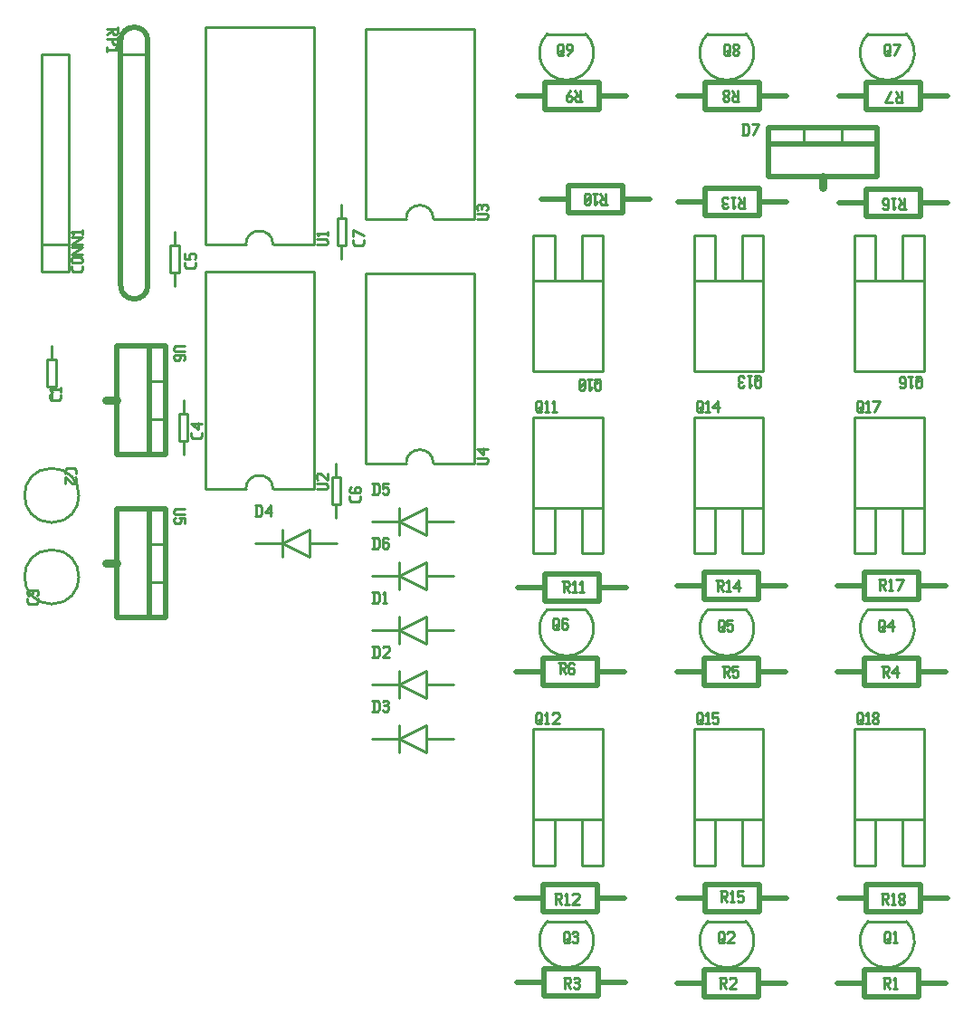
<source format=gto>
G04 start of page 7 for group -4079 idx -4079 *
G04 Title: (unknown), topsilk *
G04 Creator: pcb 20110918 *
G04 CreationDate: Sat 30 Nov 2013 01:26:29 GMT UTC *
G04 For: ksarkies *
G04 Format: Gerber/RS-274X *
G04 PCB-Dimensions: 393701 393701 *
G04 PCB-Coordinate-Origin: lower left *
%MOIN*%
%FSLAX25Y25*%
%LNTOPSILK*%
%ADD103C,0.0300*%
%ADD102C,0.0100*%
%ADD101C,0.0200*%
G54D101*X55648Y374963D02*Y284963D01*
X65648Y374963D02*Y284963D01*
G54D102*X55648Y369963D02*X65648D01*
G54D101*Y374963D02*G75*G03X55648Y374963I-5000J0D01*G01*
Y284963D02*G75*G03X65648Y284963I5000J0D01*G01*
G54D102*X126751Y379967D02*Y299967D01*
X86751Y379967D02*X126751D01*
X86751D02*Y299967D01*
X111751D02*X126751D01*
X86751D02*X101751D01*
X111751D02*G75*G03X101751Y299967I-5000J0D01*G01*
X36434Y369963D02*Y289963D01*
X26434Y369963D02*X36434D01*
X26434D02*Y289963D01*
X36434D01*
X26434Y299963D02*X36434D01*
X26434D02*Y289963D01*
X75591Y289725D02*Y284725D01*
Y304725D02*Y299725D01*
X73991D02*Y289725D01*
Y299725D02*X77191D01*
Y289725D01*
X73991D02*X77191D01*
X30255Y217605D02*G75*G03X30255Y217605I0J-10000D01*G01*
Y167605D02*G75*G03X30255Y167605I0J10000D01*G01*
G54D101*X72255Y202605D02*Y162605D01*
X54255D02*X72255D01*
X54255Y202605D02*Y162605D01*
Y202605D02*X72255D01*
Y162605D01*
X66255D02*X72255D01*
X66255Y202605D02*Y162605D01*
Y202605D02*X72255D01*
G54D102*X66255Y189605D02*X72255D01*
X66255Y175605D02*X72255D01*
G54D103*X50255Y182605D02*X54255D01*
G54D102*X30255Y247605D02*Y242605D01*
Y262605D02*Y257605D01*
X28655D02*Y247605D01*
Y257605D02*X31855D01*
Y247605D01*
X28655D02*X31855D01*
G54D101*X72255Y262605D02*Y222605D01*
X54255D02*X72255D01*
X54255Y262605D02*Y222605D01*
Y262605D02*X72255D01*
Y222605D01*
X66255D02*X72255D01*
X66255Y262605D02*Y222605D01*
Y262605D02*X72255D01*
G54D102*X66255Y249605D02*X72255D01*
X66255Y235605D02*X72255D01*
G54D103*X50255Y242605D02*X54255D01*
G54D102*X126751Y289967D02*Y209967D01*
X86751Y289967D02*X126751D01*
X86751D02*Y209967D01*
X111751D02*X126751D01*
X86751D02*X101751D01*
X111751D02*G75*G03X101751Y209967I-5000J0D01*G01*
X78740Y227520D02*Y222520D01*
Y242520D02*Y237520D01*
X77140D02*Y227520D01*
Y237520D02*X80340D01*
Y227520D01*
X77140D02*X80340D01*
X212861Y50707D02*X226861D01*
X212790Y50778D02*G75*G03X226932Y50778I7071J-7071D01*G01*
G54D101*X211593Y33353D02*X231593D01*
Y23353D01*
X211593D02*X231593D01*
X211593Y33353D02*Y23353D01*
X201593Y28353D02*X211593D01*
X231593D02*X241593D01*
X211358Y64455D02*X231358D01*
Y54455D01*
X211358D02*X231358D01*
X211358Y64455D02*Y54455D01*
X201358Y59455D02*X211358D01*
X231358D02*X241358D01*
G54D102*X207696Y88196D02*X233286D01*
X225413D02*Y71464D01*
X233287D01*
Y88195D02*X233286Y88196D01*
X207696Y71464D02*X215570D01*
Y88196D02*Y71464D01*
X207696Y121661D02*Y71464D01*
X233287Y121660D02*Y71464D01*
Y121660D02*X233286Y121661D01*
X207696D02*X233286D01*
X148365Y178117D02*X158365D01*
X168365D02*X178365D01*
X158365D02*X168365Y183117D01*
Y173117D01*
X158365Y178117D01*
Y183117D02*Y173117D01*
X148365Y118117D02*X158365D01*
X168365D02*X178365D01*
X158365D02*X168365Y123117D01*
Y113117D01*
X158365Y118117D01*
Y123117D02*Y113117D01*
X148365Y138117D02*X158365D01*
X168365D02*X178365D01*
X158365D02*X168365Y143117D01*
Y133117D01*
X158365Y138117D01*
Y143117D02*Y133117D01*
X148365Y158117D02*X158365D01*
X168365D02*X178365D01*
X158365D02*X168365Y163117D01*
Y153117D01*
X158365Y158117D01*
Y163117D02*Y153117D01*
X185806Y289416D02*Y219416D01*
X145806Y289416D02*X185806D01*
X145806D02*Y219416D01*
X170806D02*X185806D01*
X145806D02*X160806D01*
X170806D02*G75*G03X160806Y219416I-5000J0D01*G01*
X148365Y198117D02*X158365D01*
X168365D02*X178365D01*
X158365D02*X168365Y203117D01*
Y193117D01*
X158365Y198117D01*
Y203117D02*Y193117D01*
X105058Y189928D02*X115058D01*
X125058D02*X135058D01*
X115058D02*X125058Y194928D01*
Y184928D01*
X115058Y189928D01*
Y194928D02*Y184928D01*
G54D101*X211752Y178787D02*X231752D01*
Y168787D01*
X211752D02*X231752D01*
X211752Y178787D02*Y168787D01*
X201752Y173787D02*X211752D01*
X231752D02*X241752D01*
X211160Y147622D02*X231160D01*
Y137622D01*
X211160D02*X231160D01*
X211160Y147622D02*Y137622D01*
X201160Y142622D02*X211160D01*
X231160D02*X241160D01*
G54D102*X212861Y165510D02*X226861D01*
X212790Y165581D02*G75*G03X226932Y165581I7071J-7071D01*G01*
X135039Y204213D02*Y199213D01*
Y219213D02*Y214213D01*
X133439D02*Y204213D01*
Y214213D02*X136639D01*
Y204213D01*
X133439D02*X136639D01*
G54D101*X270413Y32959D02*X290413D01*
Y22959D01*
X270413D02*X290413D01*
X270413Y32959D02*Y22959D01*
X260413Y27959D02*X270413D01*
X290413D02*X300413D01*
G54D102*X271917Y50707D02*X285917D01*
X271846Y50778D02*G75*G03X285988Y50778I7071J-7071D01*G01*
X266752Y88196D02*X292342D01*
X284469D02*Y71464D01*
X292343D01*
Y88195D02*X292342Y88196D01*
X266752Y71464D02*X274626D01*
Y88196D01*
X266752Y71464D02*Y121661D01*
X292343Y71464D02*Y121660D01*
X292342Y121661D01*
X266752D02*X292342D01*
G54D101*X329468Y32959D02*X349468D01*
Y22959D01*
X329468D02*X349468D01*
X329468Y32959D02*Y22959D01*
X319468Y27959D02*X329468D01*
X349468D02*X359468D01*
G54D102*X330972Y50707D02*X344972D01*
X330901Y50778D02*G75*G03X345043Y50778I7071J-7071D01*G01*
G54D101*X330098Y64455D02*X350098D01*
Y54455D01*
X330098D01*
Y64455D01*
X320098Y59455D02*X330098D01*
X350098D02*X360098D01*
X271043Y64455D02*X291043D01*
Y54455D01*
X271043D01*
Y64455D01*
X261043Y59455D02*X271043D01*
X291043D02*X301043D01*
G54D102*X325807Y88196D02*X351397D01*
X343524D02*Y71464D01*
X351398D01*
Y88195D02*X351397Y88196D01*
X325807Y71464D02*X333681D01*
Y88196D01*
X325807Y71464D02*Y121661D01*
X351398Y71464D02*Y121660D01*
X351397Y121661D01*
X325807D02*X351397D01*
X325807Y202999D02*X351397D01*
X343524D02*Y186267D01*
X351398D01*
Y202998D02*X351397Y202999D01*
X325807Y186267D02*X333681D01*
Y202999D01*
X325807Y186267D02*Y236464D01*
X351398Y186267D02*Y236463D01*
X351397Y236464D01*
X325807D02*X351397D01*
G54D101*X329468Y179258D02*X349468D01*
Y169258D01*
X329468D01*
Y179258D01*
X319468Y174258D02*X329468D01*
X349468D02*X359468D01*
G54D102*X330972Y165510D02*X344972D01*
X330901Y165581D02*G75*G03X345043Y165581I7071J-7071D01*G01*
G54D101*X329468Y147762D02*X349468D01*
Y137762D01*
X329468D02*X349468D01*
X329468Y147762D02*Y137762D01*
X319468Y142762D02*X329468D01*
X349468D02*X359468D01*
G54D102*X271917Y165510D02*X285917D01*
X271846Y165581D02*G75*G03X285988Y165581I7071J-7071D01*G01*
G54D101*X270413Y147762D02*X290413D01*
Y137762D01*
X270413D02*X290413D01*
X270413Y147762D02*Y137762D01*
X260413Y142762D02*X270413D01*
X290413D02*X300413D01*
X294350Y343109D02*X334350D01*
Y325109D01*
X294350D01*
Y343109D01*
X334350D01*
Y337109D01*
X294350D01*
Y343109D01*
G54D102*X307350D02*Y337109D01*
X321350Y343109D02*Y337109D01*
G54D103*X314350Y321109D02*Y325109D01*
G54D101*X330098Y349731D02*X350098D01*
X330098Y359731D02*Y349731D01*
Y359731D02*X350098D01*
Y349731D01*
Y354731D02*X360098D01*
X320098D02*X330098D01*
G54D102*X330972Y377479D02*X344972D01*
X330901Y377550D02*G75*G03X345043Y377550I7071J-7071D01*G01*
G54D101*X330098Y310361D02*X350098D01*
X330098Y320361D02*Y310361D01*
Y320361D02*X350098D01*
Y310361D01*
Y315361D02*X360098D01*
X320098D02*X330098D01*
X271043Y310754D02*X291043D01*
X271043Y320754D02*Y310754D01*
Y320754D02*X291043D01*
Y310754D01*
Y315754D02*X301043D01*
X261043D02*X271043D01*
Y349731D02*X291043D01*
X271043Y359731D02*Y349731D01*
Y359731D02*X291043D01*
Y349731D01*
Y354731D02*X301043D01*
X261043D02*X271043D01*
G54D102*X271917Y377479D02*X285917D01*
X271846Y377550D02*G75*G03X285988Y377550I7071J-7071D01*G01*
X207696Y202999D02*X233286D01*
X225413D02*Y186267D01*
X233287D01*
Y202998D02*X233286Y202999D01*
X207696Y186267D02*X215570D01*
Y202999D02*Y186267D01*
X207696Y236464D02*Y186267D01*
X233287Y236463D02*Y186267D01*
Y236463D02*X233286Y236464D01*
X207696D02*X233286D01*
X207696Y286620D02*X233286D01*
X215569Y303352D02*Y286620D01*
X207695Y303352D02*X215569D01*
X207695Y286621D02*X207696Y286620D01*
X225412Y303352D02*X233286D01*
X225412D02*Y286620D01*
X233286Y303352D02*Y253155D01*
X207695Y303352D02*Y253156D01*
X207696Y253155D01*
X233286D01*
X266752Y202999D02*X292342D01*
X284469D02*Y186267D01*
X292343D01*
Y202998D02*X292342Y202999D01*
X266752Y186267D02*X274626D01*
Y202999D01*
X266752Y186267D02*Y236464D01*
X292343Y186267D02*Y236463D01*
X292342Y236464D01*
X266752D02*X292342D01*
G54D101*X270413Y179258D02*X290413D01*
Y169258D01*
X270413D01*
Y179258D01*
X260413Y174258D02*X270413D01*
X290413D02*X300413D01*
X220589Y311772D02*X240589D01*
X220589Y321772D02*Y311772D01*
Y321772D02*X240589D01*
Y311772D01*
Y316772D02*X250589D01*
X210589D02*X220589D01*
X211987Y349731D02*X231987D01*
X211987Y359731D02*Y349731D01*
Y359731D02*X231987D01*
Y349731D01*
Y354731D02*X241987D01*
X201987D02*X211987D01*
G54D102*X185806Y379416D02*Y309416D01*
X145806Y379416D02*X185806D01*
X145806D02*Y309416D01*
X170806D02*X185806D01*
X145806D02*X160806D01*
X170806D02*G75*G03X160806Y309416I-5000J0D01*G01*
X212861Y377479D02*X226861D01*
X212790Y377550D02*G75*G03X226932Y377550I7071J-7071D01*G01*
X137008Y299567D02*Y294567D01*
Y314567D02*Y309567D01*
X135408D02*Y299567D01*
Y309567D02*X138608D01*
Y299567D01*
X135408D02*X138608D01*
X266752Y286620D02*X292342D01*
X274625Y303352D02*Y286620D01*
X266751Y303352D02*X274625D01*
X266751Y286621D02*X266752Y286620D01*
X284468Y303352D02*X292342D01*
X284468D02*Y286620D01*
X292342Y303352D02*Y253155D01*
X266751Y303352D02*Y253156D01*
X266752Y253155D01*
X292342D01*
X325807Y286620D02*X351397D01*
X333680Y303352D02*Y286620D01*
X325806Y303352D02*X333680D01*
X325806Y286621D02*X325807Y286620D01*
X343523Y303352D02*X351397D01*
X343523D02*Y286620D01*
X351397Y303352D02*Y253155D01*
X325806Y303352D02*Y253156D01*
X325807Y253155D01*
X351397D01*
X54648Y379963D02*Y377963D01*
X54148Y377463D01*
X53148D02*X54148D01*
X52648Y377963D02*X53148Y377463D01*
X52648Y379463D02*Y377963D01*
X50648Y379463D02*X54648D01*
X52648Y378663D02*X50648Y377463D01*
Y375763D02*X54648D01*
Y376263D02*Y374263D01*
X54148Y373763D01*
X53148D02*X54148D01*
X52648Y374263D02*X53148Y373763D01*
X52648Y375763D02*Y374263D01*
X53848Y372563D02*X54648Y371763D01*
X50648D02*X54648D01*
X50648Y372563D02*Y371063D01*
X127751Y299967D02*X131251D01*
X131751Y300467D01*
Y301467D02*Y300467D01*
Y301467D02*X131251Y301967D01*
X127751D02*X131251D01*
X128551Y303167D02*X127751Y303967D01*
X131751D01*
Y304667D02*Y303167D01*
X83322Y293418D02*Y292118D01*
X82622Y291418D02*X83322Y292118D01*
X80022Y291418D02*X82622D01*
X80022D02*X79322Y292118D01*
Y293418D02*Y292118D01*
Y296618D02*Y294618D01*
X81322D01*
X80822Y295118D01*
Y296118D02*Y295118D01*
Y296118D02*X81322Y296618D01*
X82822D01*
X83322Y296118D02*X82822Y296618D01*
X83322Y296118D02*Y295118D01*
X82822Y294618D02*X83322Y295118D01*
X145132Y301685D02*Y300385D01*
X144432Y299685D02*X145132Y300385D01*
X141832Y299685D02*X144432D01*
X141832D02*X141132Y300385D01*
Y301685D02*Y300385D01*
X145132Y303385D02*X141132Y305385D01*
Y302885D01*
X41434Y291963D02*Y290663D01*
X40734Y289963D02*X41434Y290663D01*
X38134Y289963D02*X40734D01*
X38134D02*X37434Y290663D01*
Y291963D02*Y290663D01*
X37934Y293163D02*X40934D01*
X37934D02*X37434Y293663D01*
Y294663D02*Y293663D01*
Y294663D02*X37934Y295163D01*
X40934D01*
X41434Y294663D02*X40934Y295163D01*
X41434Y294663D02*Y293663D01*
X40934Y293163D02*X41434Y293663D01*
X37434Y296363D02*X41434D01*
X37434D02*X41434Y298863D01*
X37434D02*X41434D01*
X37434Y300063D02*X41434D01*
X37434D02*X41434Y302563D01*
X37434D02*X41434D01*
X38234Y303763D02*X37434Y304563D01*
X41434D01*
Y305263D02*Y303763D01*
X218798Y46459D02*Y43459D01*
Y46459D02*X219298Y46959D01*
X220298D01*
X220798Y46459D01*
Y43959D01*
X219798Y42959D02*X220798Y43959D01*
X219298Y42959D02*X219798D01*
X218798Y43459D02*X219298Y42959D01*
X219798Y44459D02*X220798Y42959D01*
X221998Y46459D02*X222498Y46959D01*
X223498D01*
X223998Y46459D01*
X223498Y42959D02*X223998Y43459D01*
X222498Y42959D02*X223498D01*
X221998Y43459D02*X222498Y42959D01*
Y45159D02*X223498D01*
X223998Y46459D02*Y45659D01*
Y44659D02*Y43459D01*
Y44659D02*X223498Y45159D01*
X223998Y45659D02*X223498Y45159D01*
X218758Y29991D02*X220758D01*
X221258Y29491D01*
Y28491D01*
X220758Y27991D02*X221258Y28491D01*
X219258Y27991D02*X220758D01*
X219258Y29991D02*Y25991D01*
X220058Y27991D02*X221258Y25991D01*
X222458Y29491D02*X222958Y29991D01*
X223958D01*
X224458Y29491D01*
X223958Y25991D02*X224458Y26491D01*
X222958Y25991D02*X223958D01*
X222458Y26491D02*X222958Y25991D01*
Y28191D02*X223958D01*
X224458Y29491D02*Y28691D01*
Y27691D02*Y26491D01*
Y27691D02*X223958Y28191D01*
X224458Y28691D02*X223958Y28191D01*
X276397Y61880D02*X278397D01*
X278897Y61380D01*
Y60380D01*
X278397Y59880D02*X278897Y60380D01*
X276897Y59880D02*X278397D01*
X276897Y61880D02*Y57880D01*
X277697Y59880D02*X278897Y57880D01*
X280097Y61080D02*X280897Y61880D01*
Y57880D01*
X280097D02*X281597D01*
X282797Y61880D02*X284797D01*
X282797D02*Y59880D01*
X283297Y60380D01*
X284297D01*
X284797Y59880D01*
Y58380D01*
X284297Y57880D02*X284797Y58380D01*
X283297Y57880D02*X284297D01*
X282797Y58380D02*X283297Y57880D01*
X275728Y46459D02*Y43459D01*
Y46459D02*X276228Y46959D01*
X277228D01*
X277728Y46459D01*
Y43959D01*
X276728Y42959D02*X277728Y43959D01*
X276228Y42959D02*X276728D01*
X275728Y43459D02*X276228Y42959D01*
X276728Y44459D02*X277728Y42959D01*
X278928Y46459D02*X279428Y46959D01*
X280928D01*
X281428Y46459D01*
Y45459D01*
X278928Y42959D02*X281428Y45459D01*
X278928Y42959D02*X281428D01*
X215531Y61093D02*X217531D01*
X218031Y60593D01*
Y59593D01*
X217531Y59093D02*X218031Y59593D01*
X216031Y59093D02*X217531D01*
X216031Y61093D02*Y57093D01*
X216831Y59093D02*X218031Y57093D01*
X219231Y60293D02*X220031Y61093D01*
Y57093D01*
X219231D02*X220731D01*
X221931Y60593D02*X222431Y61093D01*
X223931D01*
X224431Y60593D01*
Y59593D01*
X221931Y57093D02*X224431Y59593D01*
X221931Y57093D02*X224431D01*
X276161Y29990D02*X278161D01*
X278661Y29490D01*
Y28490D01*
X278161Y27990D02*X278661Y28490D01*
X276661Y27990D02*X278161D01*
X276661Y29990D02*Y25990D01*
X277461Y27990D02*X278661Y25990D01*
X279861Y29490D02*X280361Y29990D01*
X281861D01*
X282361Y29490D01*
Y28490D01*
X279861Y25990D02*X282361Y28490D01*
X279861Y25990D02*X282361D01*
X336397Y29990D02*X338397D01*
X338897Y29490D01*
Y28490D01*
X338397Y27990D02*X338897Y28490D01*
X336897Y27990D02*X338397D01*
X336897Y29990D02*Y25990D01*
X337697Y27990D02*X338897Y25990D01*
X340097Y29190D02*X340897Y29990D01*
Y25990D01*
X340097D02*X341597D01*
X335846Y61093D02*X337846D01*
X338346Y60593D01*
Y59593D01*
X337846Y59093D02*X338346Y59593D01*
X336346Y59093D02*X337846D01*
X336346Y61093D02*Y57093D01*
X337146Y59093D02*X338346Y57093D01*
X339546Y60293D02*X340346Y61093D01*
Y57093D01*
X339546D02*X341046D01*
X342246Y57593D02*X342746Y57093D01*
X342246Y58393D02*Y57593D01*
Y58393D02*X342946Y59093D01*
X343546D01*
X344246Y58393D01*
Y57593D01*
X343746Y57093D02*X344246Y57593D01*
X342746Y57093D02*X343746D01*
X342246Y59793D02*X342946Y59093D01*
X342246Y60593D02*Y59793D01*
Y60593D02*X342746Y61093D01*
X343746D01*
X344246Y60593D01*
Y59793D01*
X343546Y59093D02*X344246Y59793D01*
X336909Y46459D02*Y43459D01*
Y46459D02*X337409Y46959D01*
X338409D01*
X338909Y46459D01*
Y43959D01*
X337909Y42959D02*X338909Y43959D01*
X337409Y42959D02*X337909D01*
X336909Y43459D02*X337409Y42959D01*
X337909Y44459D02*X338909Y42959D01*
X340109Y46159D02*X340909Y46959D01*
Y42959D01*
X340109D02*X341609D01*
X326791Y127051D02*Y124051D01*
Y127051D02*X327291Y127551D01*
X328291D01*
X328791Y127051D01*
Y124551D01*
X327791Y123551D02*X328791Y124551D01*
X327291Y123551D02*X327791D01*
X326791Y124051D02*X327291Y123551D01*
X327791Y125051D02*X328791Y123551D01*
X329991Y126751D02*X330791Y127551D01*
Y123551D01*
X329991D02*X331491D01*
X332691Y124051D02*X333191Y123551D01*
X332691Y124851D02*Y124051D01*
Y124851D02*X333391Y125551D01*
X333991D01*
X334691Y124851D01*
Y124051D01*
X334191Y123551D02*X334691Y124051D01*
X333191Y123551D02*X334191D01*
X332691Y126251D02*X333391Y125551D01*
X332691Y127051D02*Y126251D01*
Y127051D02*X333191Y127551D01*
X334191D01*
X334691Y127051D01*
Y126251D01*
X333991Y125551D02*X334691Y126251D01*
X267736Y127051D02*Y124051D01*
Y127051D02*X268236Y127551D01*
X269236D01*
X269736Y127051D01*
Y124551D01*
X268736Y123551D02*X269736Y124551D01*
X268236Y123551D02*X268736D01*
X267736Y124051D02*X268236Y123551D01*
X268736Y125051D02*X269736Y123551D01*
X270936Y126751D02*X271736Y127551D01*
Y123551D01*
X270936D02*X272436D01*
X273636Y127551D02*X275636D01*
X273636D02*Y125551D01*
X274136Y126051D01*
X275136D01*
X275636Y125551D01*
Y124051D01*
X275136Y123551D02*X275636Y124051D01*
X274136Y123551D02*X275136D01*
X273636Y124051D02*X274136Y123551D01*
X208680Y127051D02*Y124051D01*
Y127051D02*X209180Y127551D01*
X210180D01*
X210680Y127051D01*
Y124551D01*
X209680Y123551D02*X210680Y124551D01*
X209180Y123551D02*X209680D01*
X208680Y124051D02*X209180Y123551D01*
X209680Y125051D02*X210680Y123551D01*
X211880Y126751D02*X212680Y127551D01*
Y123551D01*
X211880D02*X213380D01*
X214580Y127051D02*X215080Y127551D01*
X216580D01*
X217080Y127051D01*
Y126051D01*
X214580Y123551D02*X217080Y126051D01*
X214580Y123551D02*X217080D01*
X232841Y314741D02*X234841D01*
X232841D02*X232341Y315241D01*
Y316241D02*Y315241D01*
X232841Y316741D02*X232341Y316241D01*
X232841Y316741D02*X234341D01*
Y318741D02*Y314741D01*
X233541Y316741D02*X232341Y318741D01*
X231141Y315541D02*X230341Y314741D01*
Y318741D02*Y314741D01*
X229641Y318741D02*X231141D01*
X228441Y318241D02*X227941Y318741D01*
X228441Y318241D02*Y315241D01*
X227941Y314741D01*
X226941D02*X227941D01*
X226941D02*X226441Y315241D01*
Y318241D02*Y315241D01*
X226941Y318741D02*X226441Y318241D01*
X226941Y318741D02*X227941D01*
X228441Y317741D02*X226441Y315741D01*
X232302Y249978D02*Y246978D01*
X231802Y246478D01*
X230802D02*X231802D01*
X230802D02*X230302Y246978D01*
Y249478D02*Y246978D01*
X231302Y250478D02*X230302Y249478D01*
X231302Y250478D02*X231802D01*
X232302Y249978D02*X231802Y250478D01*
X231302Y248978D02*X230302Y250478D01*
X229102Y247278D02*X228302Y246478D01*
Y250478D02*Y246478D01*
X227602Y250478D02*X229102D01*
X226402Y249978D02*X225902Y250478D01*
X226402Y249978D02*Y246978D01*
X225902Y246478D01*
X224902D02*X225902D01*
X224902D02*X224402Y246978D01*
Y249978D02*Y246978D01*
X224902Y250478D02*X224402Y249978D01*
X224902Y250478D02*X225902D01*
X226402Y249478D02*X224402Y247478D01*
X285007Y344203D02*Y340203D01*
X286307Y344203D02*X287007Y343503D01*
Y340903D01*
X286307Y340203D02*X287007Y340903D01*
X284507Y340203D02*X286307D01*
X284507Y344203D02*X286307D01*
X288707Y340203D02*X290707Y344203D01*
X288207D02*X290707D01*
X326791Y241854D02*Y238854D01*
Y241854D02*X327291Y242354D01*
X328291D01*
X328791Y241854D01*
Y239354D01*
X327791Y238354D02*X328791Y239354D01*
X327291Y238354D02*X327791D01*
X326791Y238854D02*X327291Y238354D01*
X327791Y239854D02*X328791Y238354D01*
X329991Y241554D02*X330791Y242354D01*
Y238354D01*
X329991D02*X331491D01*
X333191D02*X335191Y242354D01*
X332691D02*X335191D01*
X350413Y250765D02*Y247765D01*
X349913Y247265D01*
X348913D02*X349913D01*
X348913D02*X348413Y247765D01*
Y250265D02*Y247765D01*
X349413Y251265D02*X348413Y250265D01*
X349413Y251265D02*X349913D01*
X350413Y250765D02*X349913Y251265D01*
X349413Y249765D02*X348413Y251265D01*
X347213Y248065D02*X346413Y247265D01*
Y251265D02*Y247265D01*
X345713Y251265D02*X347213D01*
X343013Y247265D02*X342513Y247765D01*
X343013Y247265D02*X344013D01*
X344513Y247765D02*X344013Y247265D01*
X344513Y250765D02*Y247765D01*
Y250765D02*X344013Y251265D01*
X343013Y249065D02*X342513Y249565D01*
X343013Y249065D02*X344513D01*
X343013Y251265D02*X344013D01*
X343013D02*X342513Y250765D01*
Y249565D01*
X283689Y313329D02*X285689D01*
X283689D02*X283189Y313829D01*
Y314829D02*Y313829D01*
X283689Y315329D02*X283189Y314829D01*
X283689Y315329D02*X285189D01*
Y317329D02*Y313329D01*
X284389Y315329D02*X283189Y317329D01*
X281989Y314129D02*X281189Y313329D01*
Y317329D02*Y313329D01*
X280489Y317329D02*X281989D01*
X279289Y313829D02*X278789Y313329D01*
X277789D02*X278789D01*
X277789D02*X277289Y313829D01*
X277789Y317329D02*X277289Y316829D01*
X277789Y317329D02*X278789D01*
X279289Y316829D02*X278789Y317329D01*
X277789Y315129D02*X278789D01*
X277289Y314629D02*Y313829D01*
Y316829D02*Y315629D01*
X277789Y315129D01*
X277289Y314629D02*X277789Y315129D01*
X267736Y241854D02*Y238854D01*
Y241854D02*X268236Y242354D01*
X269236D01*
X269736Y241854D01*
Y239354D01*
X268736Y238354D02*X269736Y239354D01*
X268236Y238354D02*X268736D01*
X267736Y238854D02*X268236Y238354D01*
X268736Y239854D02*X269736Y238354D01*
X270936Y241554D02*X271736Y242354D01*
Y238354D01*
X270936D02*X272436D01*
X273636Y239854D02*X275636Y242354D01*
X273636Y239854D02*X276136D01*
X275636Y242354D02*Y238354D01*
X291358Y250990D02*Y247840D01*
X290833Y247315D01*
X289783D02*X290833D01*
X289783D02*X289258Y247840D01*
Y250465D02*Y247840D01*
X290308Y251515D02*X289258Y250465D01*
X290308Y251515D02*X290833D01*
X291358Y250990D02*X290833Y251515D01*
X290308Y249940D02*X289258Y251515D01*
X287998Y248155D02*X287158Y247315D01*
Y251515D02*Y247315D01*
X286423Y251515D02*X287998D01*
X285163Y247840D02*X284638Y247315D01*
X283588D02*X284638D01*
X283588D02*X283063Y247840D01*
X283588Y251515D02*X283063Y250990D01*
X283588Y251515D02*X284638D01*
X285163Y250990D02*X284638Y251515D01*
X283588Y249205D02*X284638D01*
X283063Y248680D02*Y247840D01*
Y250990D02*Y249730D01*
X283588Y249205D01*
X283063Y248680D02*X283588Y249205D01*
X281326Y352700D02*X283326D01*
X281326D02*X280826Y353200D01*
Y354200D02*Y353200D01*
X281326Y354700D02*X280826Y354200D01*
X281326Y354700D02*X282826D01*
Y356700D02*Y352700D01*
X282026Y354700D02*X280826Y356700D01*
X279626Y356200D02*X279126Y356700D01*
X279626Y356200D02*Y355400D01*
X278926Y354700D01*
X278326D02*X278926D01*
X278326D02*X277626Y355400D01*
Y356200D02*Y355400D01*
X278126Y356700D02*X277626Y356200D01*
X278126Y356700D02*X279126D01*
X279626Y354000D02*X278926Y354700D01*
X279626Y354000D02*Y353200D01*
X279126Y352700D01*
X278126D02*X279126D01*
X278126D02*X277626Y353200D01*
Y354000D02*Y353200D01*
X278326Y354700D02*X277626Y354000D01*
X277854Y373231D02*Y370231D01*
Y373231D02*X278354Y373731D01*
X279354D01*
X279854Y373231D01*
Y370731D01*
X278854Y369731D02*X279854Y370731D01*
X278354Y369731D02*X278854D01*
X277854Y370231D02*X278354Y369731D01*
X278854Y371231D02*X279854Y369731D01*
X281054Y370231D02*X281554Y369731D01*
X281054Y371031D02*Y370231D01*
Y371031D02*X281754Y371731D01*
X282354D01*
X283054Y371031D01*
Y370231D01*
X282554Y369731D02*X283054Y370231D01*
X281554Y369731D02*X282554D01*
X281054Y372431D02*X281754Y371731D01*
X281054Y373231D02*Y372431D01*
Y373231D02*X281554Y373731D01*
X282554D01*
X283054Y373231D01*
Y372431D01*
X282354Y371731D02*X283054Y372431D01*
X341563Y352306D02*X343563D01*
X341563D02*X341063Y352806D01*
Y353806D02*Y352806D01*
X341563Y354306D02*X341063Y353806D01*
X341563Y354306D02*X343063D01*
Y356306D02*Y352306D01*
X342263Y354306D02*X341063Y356306D01*
X339363D02*X337363Y352306D01*
X339863D01*
X336909Y373231D02*Y370231D01*
Y373231D02*X337409Y373731D01*
X338409D01*
X338909Y373231D01*
Y370731D01*
X337909Y369731D02*X338909Y370731D01*
X337409Y369731D02*X337909D01*
X336909Y370231D02*X337409Y369731D01*
X337909Y371231D02*X338909Y369731D01*
X340609D02*X342609Y373731D01*
X340109D02*X342609D01*
X342744Y312936D02*X344744D01*
X342744D02*X342244Y313436D01*
Y314436D02*Y313436D01*
X342744Y314936D02*X342244Y314436D01*
X342744Y314936D02*X344244D01*
Y316936D02*Y312936D01*
X343444Y314936D02*X342244Y316936D01*
X341044Y313736D02*X340244Y312936D01*
Y316936D02*Y312936D01*
X339544Y316936D02*X341044D01*
X336844Y312936D02*X336344Y313436D01*
X336844Y312936D02*X337844D01*
X338344Y313436D02*X337844Y312936D01*
X338344Y316436D02*Y313436D01*
Y316436D02*X337844Y316936D01*
X336844Y314736D02*X336344Y315236D01*
X336844Y314736D02*X338344D01*
X336844Y316936D02*X337844D01*
X336844D02*X336344Y316436D01*
Y315236D01*
X218287Y175818D02*X220287D01*
X220787Y175318D01*
Y174318D01*
X220287Y173818D02*X220787Y174318D01*
X218787Y173818D02*X220287D01*
X218787Y175818D02*Y171818D01*
X219587Y173818D02*X220787Y171818D01*
X221987Y175018D02*X222787Y175818D01*
Y171818D01*
X221987D02*X223487D01*
X224687Y175018D02*X225487Y175818D01*
Y171818D01*
X224687D02*X226187D01*
X216908Y145835D02*X218908D01*
X219408Y145335D01*
Y144335D01*
X218908Y143835D02*X219408Y144335D01*
X217408Y143835D02*X218908D01*
X217408Y145835D02*Y141835D01*
X218208Y143835D02*X219408Y141835D01*
X222108Y145835D02*X222608Y145335D01*
X221108Y145835D02*X222108D01*
X220608Y145335D02*X221108Y145835D01*
X220608Y145335D02*Y142335D01*
X221108Y141835D01*
X222108Y144035D02*X222608Y143535D01*
X220608Y144035D02*X222108D01*
X221108Y141835D02*X222108D01*
X222608Y142335D01*
Y143535D02*Y142335D01*
X274980Y176289D02*X276980D01*
X277480Y175789D01*
Y174789D01*
X276980Y174289D02*X277480Y174789D01*
X275480Y174289D02*X276980D01*
X275480Y176289D02*Y172289D01*
X276280Y174289D02*X277480Y172289D01*
X278680Y175489D02*X279480Y176289D01*
Y172289D01*
X278680D02*X280180D01*
X281380Y173789D02*X283380Y176289D01*
X281380Y173789D02*X283880D01*
X283380Y176289D02*Y172289D01*
X275727Y161263D02*Y158263D01*
Y161263D02*X276227Y161763D01*
X277227D01*
X277727Y161263D01*
Y158763D01*
X276727Y157763D02*X277727Y158763D01*
X276227Y157763D02*X276727D01*
X275727Y158263D02*X276227Y157763D01*
X276727Y159263D02*X277727Y157763D01*
X278927Y161763D02*X280927D01*
X278927D02*Y159763D01*
X279427Y160263D01*
X280427D01*
X280927Y159763D01*
Y158263D01*
X280427Y157763D02*X280927Y158263D01*
X279427Y157763D02*X280427D01*
X278927Y158263D02*X279427Y157763D01*
X277342Y144793D02*X279342D01*
X279842Y144293D01*
Y143293D01*
X279342Y142793D02*X279842Y143293D01*
X277842Y142793D02*X279342D01*
X277842Y144793D02*Y140793D01*
X278642Y142793D02*X279842Y140793D01*
X281042Y144793D02*X283042D01*
X281042D02*Y142793D01*
X281542Y143293D01*
X282542D01*
X283042Y142793D01*
Y141293D01*
X282542Y140793D02*X283042Y141293D01*
X281542Y140793D02*X282542D01*
X281042Y141293D02*X281542Y140793D01*
X334822Y176683D02*X336822D01*
X337322Y176183D01*
Y175183D01*
X336822Y174683D02*X337322Y175183D01*
X335322Y174683D02*X336822D01*
X335322Y176683D02*Y172683D01*
X336122Y174683D02*X337322Y172683D01*
X338522Y175883D02*X339322Y176683D01*
Y172683D01*
X338522D02*X340022D01*
X341722D02*X343722Y176683D01*
X341222D02*X343722D01*
X334782Y161263D02*Y158263D01*
Y161263D02*X335282Y161763D01*
X336282D01*
X336782Y161263D01*
Y158763D01*
X335782Y157763D02*X336782Y158763D01*
X335282Y157763D02*X335782D01*
X334782Y158263D02*X335282Y157763D01*
X335782Y159263D02*X336782Y157763D01*
X337982Y159263D02*X339982Y161763D01*
X337982Y159263D02*X340482D01*
X339982Y161763D02*Y157763D01*
X336003Y144793D02*X338003D01*
X338503Y144293D01*
Y143293D01*
X338003Y142793D02*X338503Y143293D01*
X336503Y142793D02*X338003D01*
X336503Y144793D02*Y140793D01*
X337303Y142793D02*X338503Y140793D01*
X339703Y142293D02*X341703Y144793D01*
X339703Y142293D02*X342203D01*
X341703Y144793D02*Y140793D01*
X223452Y352700D02*X225452D01*
X223452D02*X222952Y353200D01*
Y354200D02*Y353200D01*
X223452Y354700D02*X222952Y354200D01*
X223452Y354700D02*X224952D01*
Y356700D02*Y352700D01*
X224152Y354700D02*X222952Y356700D01*
X221252D02*X219752Y354700D01*
Y353200D01*
X220252Y352700D02*X219752Y353200D01*
X220252Y352700D02*X221252D01*
X221752Y353200D02*X221252Y352700D01*
X221752Y354200D02*Y353200D01*
Y354200D02*X221252Y354700D01*
X219752D02*X221252D01*
X186806Y309416D02*X190306D01*
X190806Y309916D01*
Y310916D02*Y309916D01*
Y310916D02*X190306Y311416D01*
X186806D02*X190306D01*
X187306Y312616D02*X186806Y313116D01*
Y314116D02*Y313116D01*
Y314116D02*X187306Y314616D01*
X190806Y314116D02*X190306Y314616D01*
X190806Y314116D02*Y313116D01*
X190306Y312616D02*X190806Y313116D01*
X188606Y314116D02*Y313116D01*
X187306Y314616D02*X188106D01*
X189106D02*X190306D01*
X189106D02*X188606Y314116D01*
X188106Y314616D02*X188606Y314116D01*
X208680Y241854D02*Y238854D01*
Y241854D02*X209180Y242354D01*
X210180D01*
X210680Y241854D01*
Y239354D01*
X209680Y238354D02*X210680Y239354D01*
X209180Y238354D02*X209680D01*
X208680Y238854D02*X209180Y238354D01*
X209680Y239854D02*X210680Y238354D01*
X211880Y241554D02*X212680Y242354D01*
Y238354D01*
X211880D02*X213380D01*
X214580Y241554D02*X215380Y242354D01*
Y238354D01*
X214580D02*X216080D01*
X216672Y373231D02*Y370231D01*
Y373231D02*X217172Y373731D01*
X218172D01*
X218672Y373231D01*
Y370731D01*
X217672Y369731D02*X218672Y370731D01*
X217172Y369731D02*X217672D01*
X216672Y370231D02*X217172Y369731D01*
X217672Y371231D02*X218672Y369731D01*
X220372D02*X221872Y371731D01*
Y373231D02*Y371731D01*
X221372Y373731D02*X221872Y373231D01*
X220372Y373731D02*X221372D01*
X219872Y373231D02*X220372Y373731D01*
X219872Y373231D02*Y372231D01*
X220372Y371731D01*
X221872D01*
X148865Y192117D02*Y188117D01*
X150165Y192117D02*X150865Y191417D01*
Y188817D01*
X150165Y188117D02*X150865Y188817D01*
X148365Y188117D02*X150165D01*
X148365Y192117D02*X150165D01*
X153565D02*X154065Y191617D01*
X152565Y192117D02*X153565D01*
X152065Y191617D02*X152565Y192117D01*
X152065Y191617D02*Y188617D01*
X152565Y188117D01*
X153565Y190317D02*X154065Y189817D01*
X152065Y190317D02*X153565D01*
X152565Y188117D02*X153565D01*
X154065Y188617D01*
Y189817D02*Y188617D01*
X148865Y172117D02*Y168117D01*
X150165Y172117D02*X150865Y171417D01*
Y168817D01*
X150165Y168117D02*X150865Y168817D01*
X148365Y168117D02*X150165D01*
X148365Y172117D02*X150165D01*
X152065Y171317D02*X152865Y172117D01*
Y168117D01*
X152065D02*X153565D01*
X186806Y219416D02*X190306D01*
X190806Y219916D01*
Y220916D02*Y219916D01*
Y220916D02*X190306Y221416D01*
X186806D02*X190306D01*
X189306Y222616D02*X186806Y224616D01*
X189306Y225116D02*Y222616D01*
X186806Y224616D02*X190806D01*
X35255Y216905D02*Y215605D01*
X35955Y217605D02*X35255Y216905D01*
X35955Y217605D02*X38555D01*
X39255Y216905D01*
Y215605D01*
X38755Y214405D02*X39255Y213905D01*
Y212405D01*
X38755Y211905D01*
X37755D02*X38755D01*
X35255Y214405D02*X37755Y211905D01*
X35255Y214405D02*Y211905D01*
X25255Y169605D02*Y168305D01*
X24555Y167605D02*X25255Y168305D01*
X21955Y167605D02*X24555D01*
X21955D02*X21255Y168305D01*
Y169605D02*Y168305D01*
X21755Y170805D02*X21255Y171305D01*
Y172305D02*Y171305D01*
Y172305D02*X21755Y172805D01*
X25255Y172305D02*X24755Y172805D01*
X25255Y172305D02*Y171305D01*
X24755Y170805D02*X25255Y171305D01*
X23055Y172305D02*Y171305D01*
X21755Y172805D02*X22555D01*
X23555D02*X24755D01*
X23555D02*X23055Y172305D01*
X22555Y172805D02*X23055Y172305D01*
X33655Y244605D02*Y243305D01*
X32955Y242605D02*X33655Y243305D01*
X30355Y242605D02*X32955D01*
X30355D02*X29655Y243305D01*
Y244605D02*Y243305D01*
X30455Y245805D02*X29655Y246605D01*
X33655D01*
Y247305D02*Y245805D01*
X75755Y202605D02*X79255D01*
X75755D02*X75255Y202105D01*
Y201105D01*
X75755Y200605D01*
X79255D01*
Y199405D02*Y197405D01*
X77255Y199405D02*X79255D01*
X77255D02*X77755Y198905D01*
Y197905D01*
X77255Y197405D01*
X75755D02*X77255D01*
X75255Y197905D02*X75755Y197405D01*
X75255Y198905D02*Y197905D01*
X75755Y199405D02*X75255Y198905D01*
X75755Y262605D02*X79255D01*
X75755D02*X75255Y262105D01*
Y261105D01*
X75755Y260605D01*
X79255D01*
Y257905D02*X78755Y257405D01*
X79255Y258905D02*Y257905D01*
X78755Y259405D02*X79255Y258905D01*
X75755Y259405D02*X78755D01*
X75755D02*X75255Y258905D01*
X77455Y257905D02*X76955Y257405D01*
X77455Y259405D02*Y257905D01*
X75255Y258905D02*Y257905D01*
X75755Y257405D01*
X76955D01*
X85683Y230740D02*Y229440D01*
X84983Y228740D02*X85683Y229440D01*
X82383Y228740D02*X84983D01*
X82383D02*X81683Y229440D01*
Y230740D02*Y229440D01*
X84183Y231940D02*X81683Y233940D01*
X84183Y234440D02*Y231940D01*
X81683Y233940D02*X85683D01*
X148865Y132117D02*Y128117D01*
X150165Y132117D02*X150865Y131417D01*
Y128817D01*
X150165Y128117D02*X150865Y128817D01*
X148365Y128117D02*X150165D01*
X148365Y132117D02*X150165D01*
X152065Y131617D02*X152565Y132117D01*
X153565D01*
X154065Y131617D01*
X153565Y128117D02*X154065Y128617D01*
X152565Y128117D02*X153565D01*
X152065Y128617D02*X152565Y128117D01*
Y130317D02*X153565D01*
X154065Y131617D02*Y130817D01*
Y129817D02*Y128617D01*
Y129817D02*X153565Y130317D01*
X154065Y130817D02*X153565Y130317D01*
X148865Y152117D02*Y148117D01*
X150165Y152117D02*X150865Y151417D01*
Y148817D01*
X150165Y148117D02*X150865Y148817D01*
X148365Y148117D02*X150165D01*
X148365Y152117D02*X150165D01*
X152065Y151617D02*X152565Y152117D01*
X154065D01*
X154565Y151617D01*
Y150617D01*
X152065Y148117D02*X154565Y150617D01*
X152065Y148117D02*X154565D01*
X214861Y161892D02*Y158892D01*
Y161892D02*X215361Y162392D01*
X216361D01*
X216861Y161892D01*
Y159392D01*
X215861Y158392D02*X216861Y159392D01*
X215361Y158392D02*X215861D01*
X214861Y158892D02*X215361Y158392D01*
X215861Y159892D02*X216861Y158392D01*
X219561Y162392D02*X220061Y161892D01*
X218561Y162392D02*X219561D01*
X218061Y161892D02*X218561Y162392D01*
X218061Y161892D02*Y158892D01*
X218561Y158392D01*
X219561Y160592D02*X220061Y160092D01*
X218061Y160592D02*X219561D01*
X218561Y158392D02*X219561D01*
X220061Y158892D01*
Y160092D02*Y158892D01*
X148865Y212117D02*Y208117D01*
X150165Y212117D02*X150865Y211417D01*
Y208817D01*
X150165Y208117D02*X150865Y208817D01*
X148365Y208117D02*X150165D01*
X148365Y212117D02*X150165D01*
X152065D02*X154065D01*
X152065D02*Y210117D01*
X152565Y210617D01*
X153565D01*
X154065Y210117D01*
Y208617D01*
X153565Y208117D02*X154065Y208617D01*
X152565Y208117D02*X153565D01*
X152065Y208617D02*X152565Y208117D01*
X105558Y203928D02*Y199928D01*
X106858Y203928D02*X107558Y203228D01*
Y200628D01*
X106858Y199928D02*X107558Y200628D01*
X105058Y199928D02*X106858D01*
X105058Y203928D02*X106858D01*
X108758Y201428D02*X110758Y203928D01*
X108758Y201428D02*X111258D01*
X110758Y203928D02*Y199928D01*
X127751Y209967D02*X131251D01*
X131751Y210467D01*
Y211467D02*Y210467D01*
Y211467D02*X131251Y211967D01*
X127751D02*X131251D01*
X128251Y213167D02*X127751Y213667D01*
Y215167D02*Y213667D01*
Y215167D02*X128251Y215667D01*
X129251D01*
X131751Y213167D02*X129251Y215667D01*
X131751D02*Y213167D01*
X143951Y207433D02*Y206133D01*
X143251Y205433D02*X143951Y206133D01*
X140651Y205433D02*X143251D01*
X140651D02*X139951Y206133D01*
Y207433D02*Y206133D01*
Y210133D02*X140451Y210633D01*
X139951Y210133D02*Y209133D01*
X140451Y208633D02*X139951Y209133D01*
X140451Y208633D02*X143451D01*
X143951Y209133D01*
X141751Y210133D02*X142251Y210633D01*
X141751Y210133D02*Y208633D01*
X143951Y210133D02*Y209133D01*
Y210133D02*X143451Y210633D01*
X142251D02*X143451D01*
M02*

</source>
